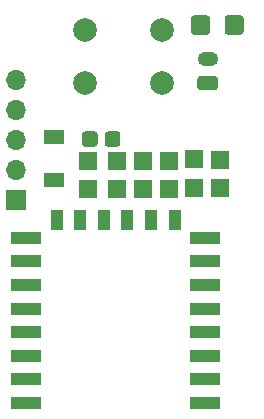
<source format=gbr>
G04 #@! TF.GenerationSoftware,KiCad,Pcbnew,(5.1.9)-1*
G04 #@! TF.CreationDate,2021-03-01T14:18:58+01:00*
G04 #@! TF.ProjectId,button_timer_v1.2.1_lipo[TPL5110],62757474-6f6e-45f7-9469-6d65725f7631,rev?*
G04 #@! TF.SameCoordinates,Original*
G04 #@! TF.FileFunction,Soldermask,Top*
G04 #@! TF.FilePolarity,Negative*
%FSLAX46Y46*%
G04 Gerber Fmt 4.6, Leading zero omitted, Abs format (unit mm)*
G04 Created by KiCad (PCBNEW (5.1.9)-1) date 2021-03-01 14:18:58*
%MOMM*%
%LPD*%
G01*
G04 APERTURE LIST*
%ADD10R,2.500000X1.000000*%
%ADD11R,1.000000X1.800000*%
%ADD12R,1.500000X1.500000*%
%ADD13R,1.700000X1.300000*%
%ADD14C,2.000000*%
%ADD15O,1.700000X1.700000*%
%ADD16R,1.700000X1.700000*%
%ADD17O,1.750000X1.200000*%
G04 APERTURE END LIST*
D10*
G04 #@! TO.C,X1*
X118000000Y-93600000D03*
X118000000Y-91600000D03*
X118000000Y-89600000D03*
X118000000Y-87600000D03*
X118000000Y-85600000D03*
X118000000Y-83600000D03*
X118000000Y-81600000D03*
X118000000Y-79600000D03*
D11*
X120600000Y-78100000D03*
X122600000Y-78100000D03*
X124600000Y-78100000D03*
X126600000Y-78100000D03*
X128600000Y-78100000D03*
X130600000Y-78100000D03*
D10*
X133200000Y-79600000D03*
X133200000Y-81600000D03*
X133200000Y-83600000D03*
X133200000Y-85600000D03*
X133200000Y-87600000D03*
X133200000Y-89600000D03*
X133200000Y-91600000D03*
X133200000Y-93600000D03*
G04 #@! TD*
G04 #@! TO.C,D1*
G36*
G01*
X133586000Y-61020000D02*
X133586000Y-62170000D01*
G75*
G02*
X133336000Y-62420000I-250000J0D01*
G01*
X132236000Y-62420000D01*
G75*
G02*
X131986000Y-62170000I0J250000D01*
G01*
X131986000Y-61020000D01*
G75*
G02*
X132236000Y-60770000I250000J0D01*
G01*
X133336000Y-60770000D01*
G75*
G02*
X133586000Y-61020000I0J-250000D01*
G01*
G37*
G36*
G01*
X136436000Y-61020000D02*
X136436000Y-62170000D01*
G75*
G02*
X136186000Y-62420000I-250000J0D01*
G01*
X135086000Y-62420000D01*
G75*
G02*
X134836000Y-62170000I0J250000D01*
G01*
X134836000Y-61020000D01*
G75*
G02*
X135086000Y-60770000I250000J0D01*
G01*
X136186000Y-60770000D01*
G75*
G02*
X136436000Y-61020000I0J-250000D01*
G01*
G37*
G04 #@! TD*
G04 #@! TO.C,D2*
G36*
G01*
X124686500Y-71647001D02*
X124686500Y-70846999D01*
G75*
G02*
X124936499Y-70597000I249999J0D01*
G01*
X125761501Y-70597000D01*
G75*
G02*
X126011500Y-70846999I0J-249999D01*
G01*
X126011500Y-71647001D01*
G75*
G02*
X125761501Y-71897000I-249999J0D01*
G01*
X124936499Y-71897000D01*
G75*
G02*
X124686500Y-71647001I0J249999D01*
G01*
G37*
G36*
G01*
X122761500Y-71647001D02*
X122761500Y-70846999D01*
G75*
G02*
X123011499Y-70597000I249999J0D01*
G01*
X123836501Y-70597000D01*
G75*
G02*
X124086500Y-70846999I0J-249999D01*
G01*
X124086500Y-71647001D01*
G75*
G02*
X123836501Y-71897000I-249999J0D01*
G01*
X123011499Y-71897000D01*
G75*
G02*
X122761500Y-71647001I0J249999D01*
G01*
G37*
G04 #@! TD*
D12*
G04 #@! TO.C,R9*
X130100000Y-75500000D03*
X130100000Y-73100000D03*
G04 #@! TD*
G04 #@! TO.C,R5*
X123300000Y-75500000D03*
X123300000Y-73100000D03*
G04 #@! TD*
G04 #@! TO.C,R4*
X127900000Y-75500000D03*
X127900000Y-73100000D03*
G04 #@! TD*
G04 #@! TO.C,R3*
X132257800Y-75368000D03*
X132257800Y-72968000D03*
G04 #@! TD*
G04 #@! TO.C,R2*
X125700000Y-75500000D03*
X125700000Y-73100000D03*
G04 #@! TD*
G04 #@! TO.C,R1*
X134416800Y-75418800D03*
X134416800Y-73018800D03*
G04 #@! TD*
D13*
G04 #@! TO.C,SW2*
X120396000Y-71048000D03*
X120396000Y-74748000D03*
G04 #@! TD*
D14*
G04 #@! TO.C,SW1*
X129500000Y-62000000D03*
X129500000Y-66500000D03*
X123000000Y-62000000D03*
X123000000Y-66500000D03*
G04 #@! TD*
D15*
G04 #@! TO.C,J1*
X117200000Y-66240000D03*
X117200000Y-68780000D03*
X117200000Y-71320000D03*
X117200000Y-73860000D03*
D16*
X117200000Y-76400000D03*
G04 #@! TD*
D17*
G04 #@! TO.C,BT1*
X133400000Y-64500000D03*
G36*
G01*
X134025001Y-67100000D02*
X132774999Y-67100000D01*
G75*
G02*
X132525000Y-66850001I0J249999D01*
G01*
X132525000Y-66149999D01*
G75*
G02*
X132774999Y-65900000I249999J0D01*
G01*
X134025001Y-65900000D01*
G75*
G02*
X134275000Y-66149999I0J-249999D01*
G01*
X134275000Y-66850001D01*
G75*
G02*
X134025001Y-67100000I-249999J0D01*
G01*
G37*
G04 #@! TD*
M02*

</source>
